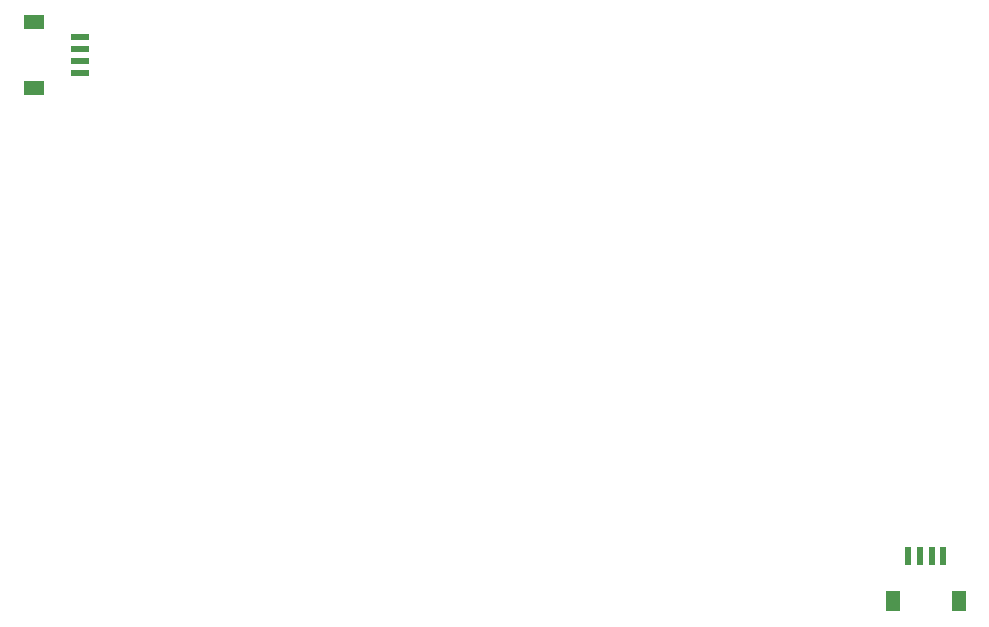
<source format=gtp>
G04 #@! TF.GenerationSoftware,KiCad,Pcbnew,9.0.6-9.0.6~ubuntu24.04.1*
G04 #@! TF.CreationDate,2026-01-15T22:16:41+01:00*
G04 #@! TF.ProjectId,tuba-electronics,74756261-2d65-46c6-9563-74726f6e6963,0*
G04 #@! TF.SameCoordinates,Original*
G04 #@! TF.FileFunction,Paste,Top*
G04 #@! TF.FilePolarity,Positive*
%FSLAX46Y46*%
G04 Gerber Fmt 4.6, Leading zero omitted, Abs format (unit mm)*
G04 Created by KiCad (PCBNEW 9.0.6-9.0.6~ubuntu24.04.1) date 2026-01-15 22:16:41*
%MOMM*%
%LPD*%
G01*
G04 APERTURE LIST*
%ADD10R,0.600000X1.550000*%
%ADD11R,1.200000X1.800000*%
%ADD12R,1.550000X0.600000*%
%ADD13R,1.800000X1.200000*%
G04 APERTURE END LIST*
D10*
X197275000Y-92000000D03*
X198275000Y-92000000D03*
X199275000Y-92000000D03*
X200275000Y-92000000D03*
D11*
X195975000Y-95875000D03*
X201575000Y-95875000D03*
D12*
X127175000Y-48100000D03*
X127175000Y-49100000D03*
X127175000Y-50100000D03*
X127175000Y-51100000D03*
D13*
X123300000Y-46800000D03*
X123300000Y-52400000D03*
M02*

</source>
